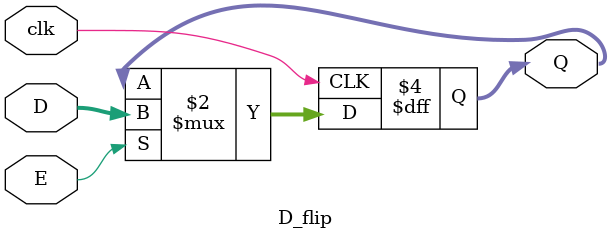
<source format=v>
module ram_flip(dout,parity_out,din,addr,wr_en,rd_en,blk_select,addr_en,dout_en,clk,rst);
parameter MEM_WIDTH=16;
parameter MEM_DEPTH=1024;
parameter ADDR_SIZE=10;
parameter ADDR_PIPELINE="FALSE";
parameter DOUT_PIPELINE="TRUE";
parameter PARITY_ENABLE=1;
input clk,rst,wr_en,rd_en,blk_select,addr_en,dout_en;
input [ADDR_SIZE-1:0]addr;
input [MEM_WIDTH-1:0]din;
output parity_out;
output reg [MEM_WIDTH-1:0]dout;
reg [MEM_WIDTH-1:0]memory_output;
reg [MEM_WIDTH-1:0]mem[MEM_DEPTH-1:0];
wire [ADDR_SIZE-1:0]pip_address;
reg [ADDR_SIZE-1:0]addr_input;
wire [MEM_WIDTH-1:0] pip_dout;
// firstmux
always@(*)begin
	if(ADDR_PIPELINE=="TRUE")
		addr_input=pip_address;
	else 
		addr_input=addr;
end
//secondmux
always@(*)begin
	if(DOUT_PIPELINE=="TRUE")
		dout=pip_dout;
	else 
		dout=memory_output;
end
always @(posedge clk or posedge rst) begin
	if (rst) begin
	dout<=0;
	end
	else if(blk_select) begin 
	if(wr_en)
		mem[addr_input]<=din;
	if(rd_en)
		memory_output<=mem[addr_input];
	end
end
D_flip #(10) d1(addr,addr_en,clk,pip_address);
D_flip d2(memory_output,dout_en,clk,pip_dout);
assign parity_out=~^dout;
endmodule

module D_flip(D,E,clk,Q);
parameter width=16;
input E,clk;
input [width-1:0]D; 
output reg[width-1:0] Q;
always @(posedge clk ) begin
	if (E) begin
		Q<=D;
		
	end
	
end

endmodule

</source>
